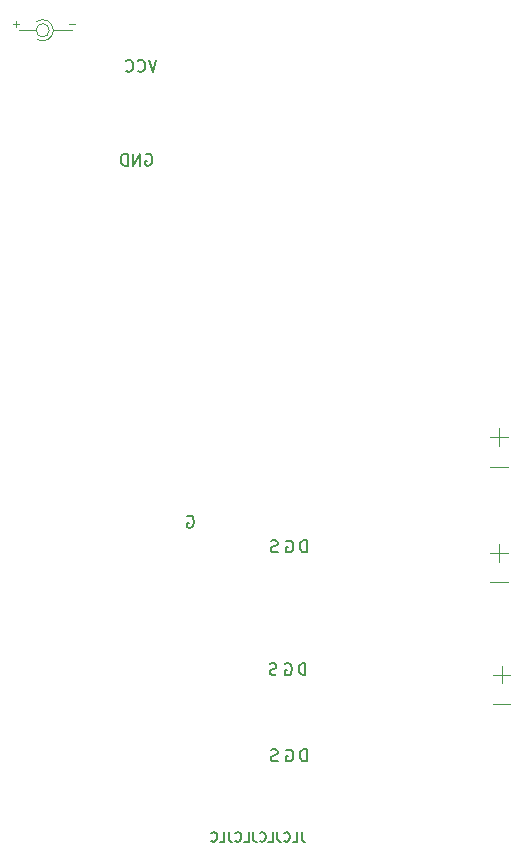
<source format=gbr>
G04 #@! TF.GenerationSoftware,KiCad,Pcbnew,(5.1.5)-3*
G04 #@! TF.CreationDate,2023-01-24T14:10:26+01:00*
G04 #@! TF.ProjectId,pump controller schematics,70756d70-2063-46f6-9e74-726f6c6c6572,rev?*
G04 #@! TF.SameCoordinates,Original*
G04 #@! TF.FileFunction,Legend,Bot*
G04 #@! TF.FilePolarity,Positive*
%FSLAX46Y46*%
G04 Gerber Fmt 4.6, Leading zero omitted, Abs format (unit mm)*
G04 Created by KiCad (PCBNEW (5.1.5)-3) date 2023-01-24 14:10:26*
%MOMM*%
%LPD*%
G04 APERTURE LIST*
%ADD10C,0.150000*%
%ADD11C,0.120000*%
G04 APERTURE END LIST*
D10*
X28438095Y-62700000D02*
X28533333Y-62652380D01*
X28676190Y-62652380D01*
X28819047Y-62700000D01*
X28914285Y-62795238D01*
X28961904Y-62890476D01*
X29009523Y-63080952D01*
X29009523Y-63223809D01*
X28961904Y-63414285D01*
X28914285Y-63509523D01*
X28819047Y-63604761D01*
X28676190Y-63652380D01*
X28580952Y-63652380D01*
X28438095Y-63604761D01*
X28390476Y-63557142D01*
X28390476Y-63223809D01*
X28580952Y-63223809D01*
X27685714Y-63579761D02*
X27542857Y-63627380D01*
X27304761Y-63627380D01*
X27209523Y-63579761D01*
X27161904Y-63532142D01*
X27114285Y-63436904D01*
X27114285Y-63341666D01*
X27161904Y-63246428D01*
X27209523Y-63198809D01*
X27304761Y-63151190D01*
X27495238Y-63103571D01*
X27590476Y-63055952D01*
X27638095Y-63008333D01*
X27685714Y-62913095D01*
X27685714Y-62817857D01*
X27638095Y-62722619D01*
X27590476Y-62675000D01*
X27495238Y-62627380D01*
X27257142Y-62627380D01*
X27114285Y-62675000D01*
X30136904Y-63627380D02*
X30136904Y-62627380D01*
X29898809Y-62627380D01*
X29755952Y-62675000D01*
X29660714Y-62770238D01*
X29613095Y-62865476D01*
X29565476Y-63055952D01*
X29565476Y-63198809D01*
X29613095Y-63389285D01*
X29660714Y-63484523D01*
X29755952Y-63579761D01*
X29898809Y-63627380D01*
X30136904Y-63627380D01*
X27585714Y-56279761D02*
X27442857Y-56327380D01*
X27204761Y-56327380D01*
X27109523Y-56279761D01*
X27061904Y-56232142D01*
X27014285Y-56136904D01*
X27014285Y-56041666D01*
X27061904Y-55946428D01*
X27109523Y-55898809D01*
X27204761Y-55851190D01*
X27395238Y-55803571D01*
X27490476Y-55755952D01*
X27538095Y-55708333D01*
X27585714Y-55613095D01*
X27585714Y-55517857D01*
X27538095Y-55422619D01*
X27490476Y-55375000D01*
X27395238Y-55327380D01*
X27157142Y-55327380D01*
X27014285Y-55375000D01*
X28338095Y-55400000D02*
X28433333Y-55352380D01*
X28576190Y-55352380D01*
X28719047Y-55400000D01*
X28814285Y-55495238D01*
X28861904Y-55590476D01*
X28909523Y-55780952D01*
X28909523Y-55923809D01*
X28861904Y-56114285D01*
X28814285Y-56209523D01*
X28719047Y-56304761D01*
X28576190Y-56352380D01*
X28480952Y-56352380D01*
X28338095Y-56304761D01*
X28290476Y-56257142D01*
X28290476Y-55923809D01*
X28480952Y-55923809D01*
X30036904Y-56327380D02*
X30036904Y-55327380D01*
X29798809Y-55327380D01*
X29655952Y-55375000D01*
X29560714Y-55470238D01*
X29513095Y-55565476D01*
X29465476Y-55755952D01*
X29465476Y-55898809D01*
X29513095Y-56089285D01*
X29560714Y-56184523D01*
X29655952Y-56279761D01*
X29798809Y-56327380D01*
X30036904Y-56327380D01*
D11*
X45900000Y-58800000D02*
X47400000Y-58800000D01*
X45900000Y-56300000D02*
X47400000Y-56300000D01*
X46650000Y-57050000D02*
X46650000Y-55550000D01*
X45700000Y-38700000D02*
X47200000Y-38700000D01*
X45700000Y-36200000D02*
X47200000Y-36200000D01*
X46450000Y-36950000D02*
X46450000Y-35450000D01*
D10*
X20038095Y-42900000D02*
X20133333Y-42852380D01*
X20276190Y-42852380D01*
X20419047Y-42900000D01*
X20514285Y-42995238D01*
X20561904Y-43090476D01*
X20609523Y-43280952D01*
X20609523Y-43423809D01*
X20561904Y-43614285D01*
X20514285Y-43709523D01*
X20419047Y-43804761D01*
X20276190Y-43852380D01*
X20180952Y-43852380D01*
X20038095Y-43804761D01*
X19990476Y-43757142D01*
X19990476Y-43423809D01*
X20180952Y-43423809D01*
X29720238Y-69636904D02*
X29720238Y-70208333D01*
X29758333Y-70322619D01*
X29834523Y-70398809D01*
X29948809Y-70436904D01*
X30025000Y-70436904D01*
X28958333Y-70436904D02*
X29339285Y-70436904D01*
X29339285Y-69636904D01*
X28234523Y-70360714D02*
X28272619Y-70398809D01*
X28386904Y-70436904D01*
X28463095Y-70436904D01*
X28577380Y-70398809D01*
X28653571Y-70322619D01*
X28691666Y-70246428D01*
X28729761Y-70094047D01*
X28729761Y-69979761D01*
X28691666Y-69827380D01*
X28653571Y-69751190D01*
X28577380Y-69675000D01*
X28463095Y-69636904D01*
X28386904Y-69636904D01*
X28272619Y-69675000D01*
X28234523Y-69713095D01*
X27663095Y-69636904D02*
X27663095Y-70208333D01*
X27701190Y-70322619D01*
X27777380Y-70398809D01*
X27891666Y-70436904D01*
X27967857Y-70436904D01*
X26901190Y-70436904D02*
X27282142Y-70436904D01*
X27282142Y-69636904D01*
X26177380Y-70360714D02*
X26215476Y-70398809D01*
X26329761Y-70436904D01*
X26405952Y-70436904D01*
X26520238Y-70398809D01*
X26596428Y-70322619D01*
X26634523Y-70246428D01*
X26672619Y-70094047D01*
X26672619Y-69979761D01*
X26634523Y-69827380D01*
X26596428Y-69751190D01*
X26520238Y-69675000D01*
X26405952Y-69636904D01*
X26329761Y-69636904D01*
X26215476Y-69675000D01*
X26177380Y-69713095D01*
X25605952Y-69636904D02*
X25605952Y-70208333D01*
X25644047Y-70322619D01*
X25720238Y-70398809D01*
X25834523Y-70436904D01*
X25910714Y-70436904D01*
X24844047Y-70436904D02*
X25225000Y-70436904D01*
X25225000Y-69636904D01*
X24120238Y-70360714D02*
X24158333Y-70398809D01*
X24272619Y-70436904D01*
X24348809Y-70436904D01*
X24463095Y-70398809D01*
X24539285Y-70322619D01*
X24577380Y-70246428D01*
X24615476Y-70094047D01*
X24615476Y-69979761D01*
X24577380Y-69827380D01*
X24539285Y-69751190D01*
X24463095Y-69675000D01*
X24348809Y-69636904D01*
X24272619Y-69636904D01*
X24158333Y-69675000D01*
X24120238Y-69713095D01*
X23548809Y-69636904D02*
X23548809Y-70208333D01*
X23586904Y-70322619D01*
X23663095Y-70398809D01*
X23777380Y-70436904D01*
X23853571Y-70436904D01*
X22786904Y-70436904D02*
X23167857Y-70436904D01*
X23167857Y-69636904D01*
X22063095Y-70360714D02*
X22101190Y-70398809D01*
X22215476Y-70436904D01*
X22291666Y-70436904D01*
X22405952Y-70398809D01*
X22482142Y-70322619D01*
X22520238Y-70246428D01*
X22558333Y-70094047D01*
X22558333Y-69979761D01*
X22520238Y-69827380D01*
X22482142Y-69751190D01*
X22405952Y-69675000D01*
X22291666Y-69636904D01*
X22215476Y-69636904D01*
X22101190Y-69675000D01*
X22063095Y-69713095D01*
X27685714Y-45879761D02*
X27542857Y-45927380D01*
X27304761Y-45927380D01*
X27209523Y-45879761D01*
X27161904Y-45832142D01*
X27114285Y-45736904D01*
X27114285Y-45641666D01*
X27161904Y-45546428D01*
X27209523Y-45498809D01*
X27304761Y-45451190D01*
X27495238Y-45403571D01*
X27590476Y-45355952D01*
X27638095Y-45308333D01*
X27685714Y-45213095D01*
X27685714Y-45117857D01*
X27638095Y-45022619D01*
X27590476Y-44975000D01*
X27495238Y-44927380D01*
X27257142Y-44927380D01*
X27114285Y-44975000D01*
D11*
X45700000Y-46000000D02*
X47200000Y-46000000D01*
X46450000Y-46750000D02*
X46450000Y-45250000D01*
X45700000Y-48500000D02*
X47200000Y-48500000D01*
D10*
X28438095Y-45000000D02*
X28533333Y-44952380D01*
X28676190Y-44952380D01*
X28819047Y-45000000D01*
X28914285Y-45095238D01*
X28961904Y-45190476D01*
X29009523Y-45380952D01*
X29009523Y-45523809D01*
X28961904Y-45714285D01*
X28914285Y-45809523D01*
X28819047Y-45904761D01*
X28676190Y-45952380D01*
X28580952Y-45952380D01*
X28438095Y-45904761D01*
X28390476Y-45857142D01*
X28390476Y-45523809D01*
X28580952Y-45523809D01*
X30136904Y-45927380D02*
X30136904Y-44927380D01*
X29898809Y-44927380D01*
X29755952Y-44975000D01*
X29660714Y-45070238D01*
X29613095Y-45165476D01*
X29565476Y-45355952D01*
X29565476Y-45498809D01*
X29613095Y-45689285D01*
X29660714Y-45784523D01*
X29755952Y-45879761D01*
X29898809Y-45927380D01*
X30136904Y-45927380D01*
D11*
X10550000Y-1250000D02*
X10050000Y-1250000D01*
X5800000Y-1250000D02*
X5300000Y-1250000D01*
X5550000Y-1500000D02*
X5550000Y-1000000D01*
X8700000Y-1750000D02*
X10300000Y-1750000D01*
X7240984Y-1750000D02*
X5800000Y-1750000D01*
X8359017Y-1750000D02*
G75*
G03X8359017Y-1750000I-559017J0D01*
G01*
X7300001Y-1000002D02*
G75*
G02X7300001Y-2499999I499999J-749998D01*
G01*
D10*
X17433333Y-4252380D02*
X17100000Y-5252380D01*
X16766666Y-4252380D01*
X15861904Y-5157142D02*
X15909523Y-5204761D01*
X16052380Y-5252380D01*
X16147619Y-5252380D01*
X16290476Y-5204761D01*
X16385714Y-5109523D01*
X16433333Y-5014285D01*
X16480952Y-4823809D01*
X16480952Y-4680952D01*
X16433333Y-4490476D01*
X16385714Y-4395238D01*
X16290476Y-4300000D01*
X16147619Y-4252380D01*
X16052380Y-4252380D01*
X15909523Y-4300000D01*
X15861904Y-4347619D01*
X14861904Y-5157142D02*
X14909523Y-5204761D01*
X15052380Y-5252380D01*
X15147619Y-5252380D01*
X15290476Y-5204761D01*
X15385714Y-5109523D01*
X15433333Y-5014285D01*
X15480952Y-4823809D01*
X15480952Y-4680952D01*
X15433333Y-4490476D01*
X15385714Y-4395238D01*
X15290476Y-4300000D01*
X15147619Y-4252380D01*
X15052380Y-4252380D01*
X14909523Y-4300000D01*
X14861904Y-4347619D01*
X16511904Y-12250000D02*
X16607142Y-12202380D01*
X16750000Y-12202380D01*
X16892857Y-12250000D01*
X16988095Y-12345238D01*
X17035714Y-12440476D01*
X17083333Y-12630952D01*
X17083333Y-12773809D01*
X17035714Y-12964285D01*
X16988095Y-13059523D01*
X16892857Y-13154761D01*
X16750000Y-13202380D01*
X16654761Y-13202380D01*
X16511904Y-13154761D01*
X16464285Y-13107142D01*
X16464285Y-12773809D01*
X16654761Y-12773809D01*
X16035714Y-13202380D02*
X16035714Y-12202380D01*
X15464285Y-13202380D01*
X15464285Y-12202380D01*
X14988095Y-13202380D02*
X14988095Y-12202380D01*
X14750000Y-12202380D01*
X14607142Y-12250000D01*
X14511904Y-12345238D01*
X14464285Y-12440476D01*
X14416666Y-12630952D01*
X14416666Y-12773809D01*
X14464285Y-12964285D01*
X14511904Y-13059523D01*
X14607142Y-13154761D01*
X14750000Y-13202380D01*
X14988095Y-13202380D01*
M02*

</source>
